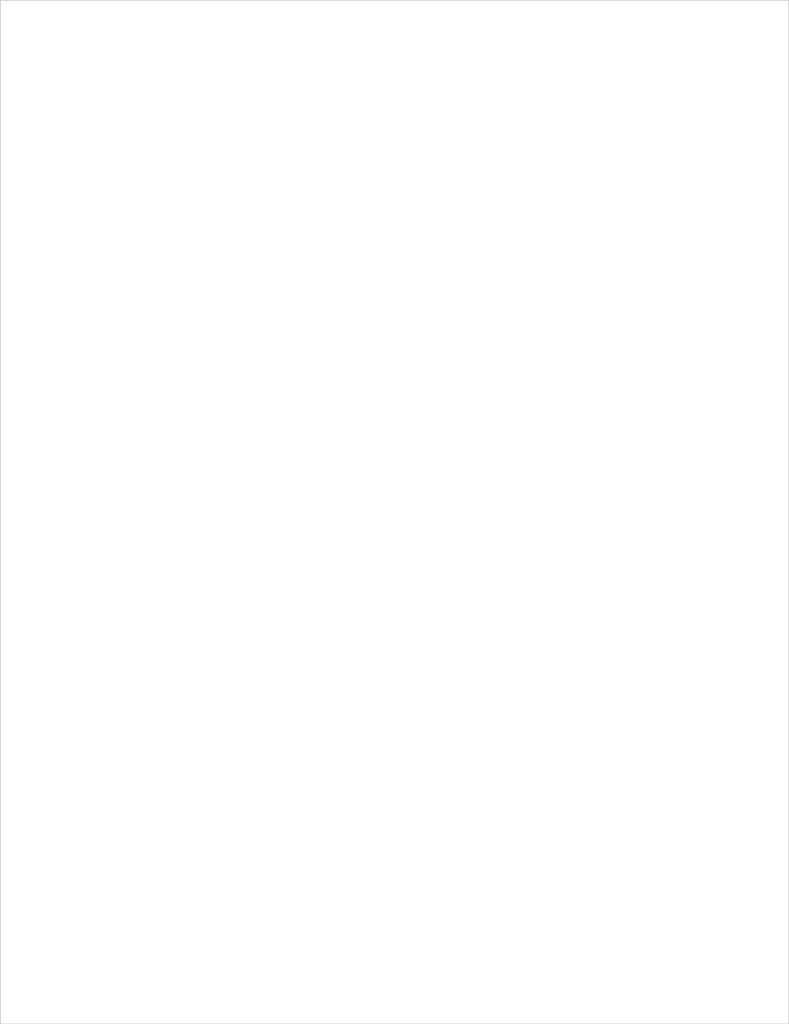
<source format=kicad_pcb>
(kicad_pcb
	(version 20240108)
	(generator "pcbnew")
	(generator_version "8.0")
	(general
		(thickness 1.6)
		(legacy_teardrops no)
	)
	(paper "A4")
	(layers
		(0 "F.Cu" signal)
		(31 "B.Cu" signal)
		(32 "B.Adhes" user "B.Adhesive")
		(33 "F.Adhes" user "F.Adhesive")
		(34 "B.Paste" user)
		(35 "F.Paste" user)
		(36 "B.SilkS" user "B.Silkscreen")
		(37 "F.SilkS" user "F.Silkscreen")
		(38 "B.Mask" user)
		(39 "F.Mask" user)
		(40 "Dwgs.User" user "User.Drawings")
		(41 "Cmts.User" user "User.Comments")
		(42 "Eco1.User" user "User.Eco1")
		(43 "Eco2.User" user "User.Eco2")
		(44 "Edge.Cuts" user)
		(45 "Margin" user)
		(46 "B.CrtYd" user "B.Courtyard")
		(47 "F.CrtYd" user "F.Courtyard")
		(48 "B.Fab" user)
		(49 "F.Fab" user)
		(50 "User.1" user)
		(51 "User.2" user)
		(52 "User.3" user)
		(53 "User.4" user)
		(54 "User.5" user)
		(55 "User.6" user)
		(56 "User.7" user)
		(57 "User.8" user)
		(58 "User.9" user)
	)
	(setup
		(pad_to_mask_clearance 0)
		(allow_soldermask_bridges_in_footprints no)
		(pcbplotparams
			(layerselection 0x00010fc_ffffffff)
			(plot_on_all_layers_selection 0x0000000_00000000)
			(disableapertmacros no)
			(usegerberextensions no)
			(usegerberattributes yes)
			(usegerberadvancedattributes yes)
			(creategerberjobfile yes)
			(dashed_line_dash_ratio 12.000000)
			(dashed_line_gap_ratio 3.000000)
			(svgprecision 4)
			(plotframeref no)
			(viasonmask no)
			(mode 1)
			(useauxorigin no)
			(hpglpennumber 1)
			(hpglpenspeed 20)
			(hpglpendiameter 15.000000)
			(pdf_front_fp_property_popups yes)
			(pdf_back_fp_property_popups yes)
			(dxfpolygonmode yes)
			(dxfimperialunits yes)
			(dxfusepcbnewfont yes)
			(psnegative no)
			(psa4output no)
			(plotreference yes)
			(plotvalue yes)
			(plotfptext yes)
			(plotinvisibletext no)
			(sketchpadsonfab no)
			(subtractmaskfromsilk no)
			(outputformat 1)
			(mirror no)
			(drillshape 1)
			(scaleselection 1)
			(outputdirectory "")
		)
	)
	(net 0 "")
	(gr_rect
		(start -23.83 -0.38)
		(end 21.06 57.88)
		(stroke
			(width 0.05)
			(type default)
		)
		(fill none)
		(layer "Edge.Cuts")
		(uuid "53bbdc0d-140a-411b-a890-7a3fabc26808")
	)
)

</source>
